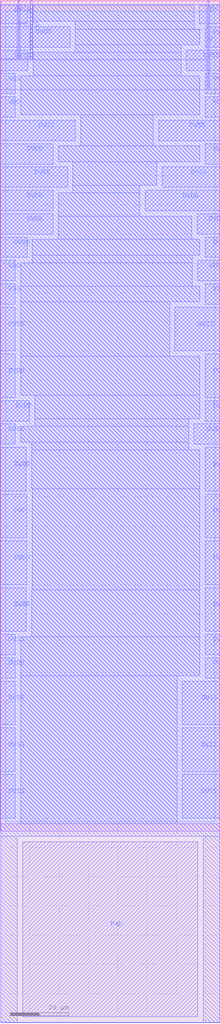
<source format=lef>
VERSION 5.7 ;
  NOWIREEXTENSIONATPIN ON ;
  DIVIDERCHAR "/" ;
  BUSBITCHARS "[]" ;
MACRO gf180mcu_ocd_io__in_s
  CLASS PAD INPUT ;
  FOREIGN gf180mcu_ocd_io__in_s ;
  ORIGIN 0.000 0.000 ;
  SIZE 75.000 BY 350.000 ;
  SYMMETRY X Y R90 ;
  SITE GF_IO_Site ;
  PIN DVDD
    ANTENNAGATEAREA 3.360000 ;
    ANTENNADIFFAREA 3422.235107 ;
    PORT
      LAYER Metal3 ;
        RECT 0.000 182.000 8.810 197.000 ;
    END
    PORT
      LAYER Metal3 ;
        RECT 0.000 214.000 5.000 229.000 ;
    END
    PORT
      LAYER Metal3 ;
        RECT 0.000 334.000 23.760 341.000 ;
    END
    PORT
      LAYER Metal3 ;
        RECT 0.000 294.000 17.930 301.000 ;
    END
    PORT
      LAYER Metal3 ;
        RECT 0.000 278.000 17.930 285.000 ;
    END
    PORT
      LAYER Metal3 ;
        RECT 0.000 270.000 17.930 277.000 ;
    END
    PORT
      LAYER Metal3 ;
        RECT 0.000 262.000 9.070 269.000 ;
    END
    PORT
      LAYER Metal3 ;
        RECT 0.000 206.000 9.815 213.000 ;
    END
    PORT
      LAYER Metal3 ;
        RECT 0.000 118.000 5.000 125.000 ;
    END
    PORT
      LAYER Metal3 ;
        RECT 0.000 134.000 8.810 149.000 ;
    END
    PORT
      LAYER Metal3 ;
        RECT 0.000 150.000 8.905 165.000 ;
    END
    PORT
      LAYER Metal3 ;
        RECT 0.000 166.000 8.905 181.000 ;
    END
    PORT
      LAYER Metal3 ;
        RECT 70.000 182.000 75.000 197.000 ;
    END
    PORT
      LAYER Metal3 ;
        RECT 70.000 214.000 75.000 229.000 ;
    END
    PORT
      LAYER Metal3 ;
        RECT 70.000 334.000 75.000 341.000 ;
    END
    PORT
      LAYER Metal3 ;
        RECT 70.000 294.000 75.000 301.000 ;
    END
    PORT
      LAYER Metal3 ;
        RECT 49.445 278.000 75.000 285.000 ;
    END
    PORT
      LAYER Metal3 ;
        RECT 67.195 270.000 75.000 277.000 ;
    END
    PORT
      LAYER Metal3 ;
        RECT 70.000 262.000 75.000 269.000 ;
    END
    PORT
      LAYER Metal3 ;
        RECT 70.000 206.000 75.000 213.000 ;
    END
    PORT
      LAYER Metal3 ;
        RECT 70.000 118.000 75.000 125.000 ;
    END
    PORT
      LAYER Metal3 ;
        RECT 70.000 134.000 75.000 149.000 ;
    END
    PORT
      LAYER Metal3 ;
        RECT 70.000 150.000 75.000 165.000 ;
    END
    PORT
      LAYER Metal3 ;
        RECT 70.000 166.000 75.000 181.000 ;
    END
  END DVDD
  PIN DVSS
    ANTENNAGATEAREA 3.360000 ;
    ANTENNADIFFAREA 2855.983887 ;
    PORT
      LAYER Metal3 ;
        RECT 0.000 86.000 5.000 101.000 ;
    END
    PORT
      LAYER Metal3 ;
        RECT 0.000 70.000 5.000 85.000 ;
    END
    PORT
      LAYER Metal3 ;
        RECT 0.000 230.000 5.000 245.000 ;
    END
    PORT
      LAYER Metal3 ;
        RECT 0.000 198.000 5.000 205.000 ;
    END
    PORT
      LAYER Metal3 ;
        RECT 0.000 102.000 5.000 117.000 ;
    END
    PORT
      LAYER Metal3 ;
        RECT 0.000 126.000 5.000 133.000 ;
    END
    PORT
      LAYER Metal3 ;
        RECT 0.000 286.000 22.880 293.000 ;
    END
    PORT
      LAYER Metal3 ;
        RECT 0.000 302.000 25.555 309.000 ;
    END
    PORT
      LAYER Metal3 ;
        RECT 0.000 326.000 9.320 333.000 ;
    END
    PORT
      LAYER Metal3 ;
        RECT 0.000 342.000 9.320 348.390 ;
    END
    PORT
      LAYER Metal3 ;
        RECT 62.215 86.000 75.000 101.000 ;
    END
    PORT
      LAYER Metal3 ;
        RECT 62.215 70.000 75.000 85.000 ;
    END
    PORT
      LAYER Metal3 ;
        RECT 59.650 230.000 75.000 245.000 ;
    END
    PORT
      LAYER Metal3 ;
        RECT 66.125 198.000 75.000 205.000 ;
    END
    PORT
      LAYER Metal3 ;
        RECT 62.215 102.000 75.000 117.000 ;
    END
    PORT
      LAYER Metal3 ;
        RECT 70.000 126.000 75.000 133.000 ;
    END
    PORT
      LAYER Metal3 ;
        RECT 55.255 286.000 75.000 293.000 ;
    END
    PORT
      LAYER Metal3 ;
        RECT 54.080 302.000 75.000 309.000 ;
    END
    PORT
      LAYER Metal3 ;
        RECT 63.580 326.000 75.000 333.000 ;
    END
    PORT
      LAYER Metal3 ;
        RECT 68.000 342.000 75.000 348.390 ;
    END
  END DVSS
  PIN PAD
    ANTENNADIFFAREA 258.720001 ;
    PORT
      LAYER Metal3 ;
        RECT 7.500 2.000 67.500 62.000 ;
    END
  END PAD
  PIN PD
    ANTENNAGATEAREA 1.512000 ;
    ANTENNADIFFAREA 1.000000 ;
    PORT
      LAYER Metal2 ;
        RECT 10.330 329.950 10.710 349.850 ;
    END
  END PD
  PIN PU
    ANTENNAGATEAREA 1.008000 ;
    ANTENNADIFFAREA 1.795000 ;
    PORT
      LAYER Metal2 ;
        RECT 5.965 330.270 6.345 349.850 ;
    END
  END PU
  PIN VDD
    USE POWER ;
    PORT
      LAYER Metal3 ;
        RECT 0.000 254.000 5.000 261.000 ;
    END
    PORT
      LAYER Metal3 ;
        RECT 0.000 310.000 5.000 317.000 ;
    END
    PORT
      LAYER Metal3 ;
        RECT 67.385 254.000 75.000 261.000 ;
    END
    PORT
      LAYER Metal3 ;
        RECT 70.000 310.000 75.000 317.000 ;
    END
  END VDD
  PIN VSS
    USE GROUND ;
    PORT
      LAYER Metal3 ;
        RECT 0.000 318.000 5.000 325.000 ;
    END
    PORT
      LAYER Metal3 ;
        RECT 0.000 246.000 5.000 253.000 ;
    END
    PORT
      LAYER Metal3 ;
        RECT 70.000 318.000 75.000 325.000 ;
    END
    PORT
      LAYER Metal3 ;
        RECT 70.000 246.000 75.000 253.000 ;
    END
  END VSS
  PIN Y
    ANTENNADIFFAREA 3.240000 ;
    PORT
      LAYER Metal2 ;
        RECT 70.860 319.750 71.240 349.850 ;
    END
  END Y
  OBS
      LAYER Nwell ;
        RECT 1.630 68.745 73.195 346.385 ;
      LAYER Metal1 ;
        RECT -0.160 65.540 75.160 349.785 ;
      LAYER Metal2 ;
        RECT 0.000 329.970 5.665 348.650 ;
        RECT 6.645 329.970 10.030 348.650 ;
        RECT 0.000 329.650 10.030 329.970 ;
        RECT 11.010 329.650 70.560 348.650 ;
        RECT 0.000 319.450 70.560 329.650 ;
        RECT 71.540 319.450 75.000 348.650 ;
        RECT 0.000 0.000 75.000 319.450 ;
      LAYER Metal3 ;
        RECT 11.120 342.800 66.200 348.390 ;
        RECT 25.560 340.200 66.200 342.800 ;
        RECT 25.560 334.800 68.200 340.200 ;
        RECT 25.560 332.200 61.780 334.800 ;
        RECT 11.120 324.200 61.780 332.200 ;
        RECT 6.800 310.800 68.200 324.200 ;
        RECT 27.355 300.200 52.280 310.800 ;
        RECT 19.730 294.800 68.200 300.200 ;
        RECT 24.680 286.800 53.455 294.800 ;
        RECT 24.680 284.200 47.645 286.800 ;
        RECT 19.730 276.200 47.645 284.200 ;
        RECT 19.730 268.200 65.395 276.200 ;
        RECT 10.870 262.800 68.200 268.200 ;
        RECT 10.870 260.200 65.585 262.800 ;
        RECT 6.800 252.200 65.585 260.200 ;
        RECT 6.800 246.800 68.200 252.200 ;
        RECT 6.800 228.200 57.850 246.800 ;
        RECT 6.800 214.800 68.200 228.200 ;
        RECT 11.615 206.800 68.200 214.800 ;
        RECT 11.615 204.200 64.325 206.800 ;
        RECT 6.800 198.800 64.325 204.200 ;
        RECT 10.610 196.200 64.325 198.800 ;
        RECT 10.610 182.800 68.200 196.200 ;
        RECT 10.705 148.200 68.200 182.800 ;
        RECT 10.610 132.200 68.200 148.200 ;
        RECT 6.800 118.800 68.200 132.200 ;
        RECT 6.800 68.200 60.415 118.800 ;
        RECT 0.070 63.800 74.930 68.200 ;
        RECT 0.070 0.200 5.700 63.800 ;
        RECT 69.300 0.200 74.930 63.800 ;
        RECT 0.070 0.000 74.930 0.200 ;
  END
END gf180mcu_ocd_io__in_s
END LIBRARY


</source>
